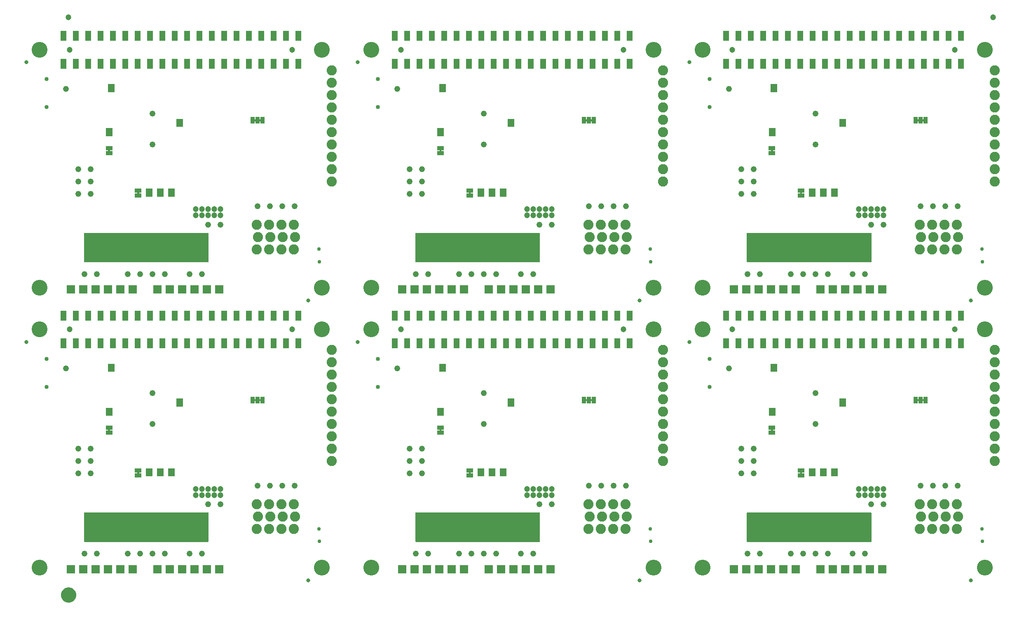
<source format=gbs>
G04 EAGLE Gerber RS-274X export*
G75*
%MOMM*%
%FSLAX34Y34*%
%LPD*%
%INSoldermask Bottom*%
%IPPOS*%
%AMOC8*
5,1,8,0,0,1.08239X$1,22.5*%
G01*
%ADD10C,0.853200*%
%ADD11R,1.473200X0.838200*%
%ADD12R,0.838200X1.473200*%
%ADD13C,1.219200*%
%ADD14C,0.762000*%
%ADD15C,2.082800*%
%ADD16R,1.727200X1.727200*%
%ADD17C,1.221313*%
%ADD18C,1.203200*%
%ADD19R,1.223200X2.073200*%
%ADD20C,3.251200*%
%ADD21C,0.838200*%
%ADD22C,1.270000*%
%ADD23C,1.703200*%

G36*
X1062057Y663305D02*
X1062057Y663305D01*
X1062116Y663303D01*
X1062197Y663324D01*
X1062281Y663336D01*
X1062334Y663360D01*
X1062391Y663375D01*
X1062463Y663418D01*
X1062540Y663452D01*
X1062585Y663490D01*
X1062635Y663520D01*
X1062693Y663582D01*
X1062757Y663636D01*
X1062790Y663685D01*
X1062830Y663727D01*
X1062868Y663803D01*
X1062915Y663873D01*
X1062933Y663929D01*
X1062959Y663981D01*
X1062971Y664049D01*
X1063001Y664144D01*
X1063003Y664244D01*
X1063015Y664312D01*
X1063015Y722732D01*
X1063006Y722789D01*
X1063008Y722848D01*
X1062987Y722930D01*
X1062975Y723013D01*
X1062951Y723066D01*
X1062936Y723123D01*
X1062893Y723195D01*
X1062859Y723273D01*
X1062821Y723317D01*
X1062791Y723367D01*
X1062729Y723425D01*
X1062675Y723490D01*
X1062626Y723522D01*
X1062584Y723562D01*
X1062509Y723600D01*
X1062438Y723647D01*
X1062382Y723665D01*
X1062330Y723691D01*
X1062262Y723703D01*
X1062167Y723733D01*
X1062067Y723735D01*
X1061999Y723747D01*
X807999Y723747D01*
X807942Y723739D01*
X807883Y723740D01*
X807801Y723719D01*
X807718Y723707D01*
X807665Y723683D01*
X807608Y723668D01*
X807536Y723625D01*
X807459Y723591D01*
X807414Y723553D01*
X807364Y723523D01*
X807306Y723462D01*
X807242Y723407D01*
X807209Y723358D01*
X807169Y723316D01*
X807131Y723241D01*
X807084Y723170D01*
X807066Y723115D01*
X807040Y723063D01*
X807028Y722995D01*
X806998Y722899D01*
X806996Y722800D01*
X806984Y722732D01*
X806984Y664312D01*
X806992Y664254D01*
X806991Y664195D01*
X807012Y664114D01*
X807024Y664030D01*
X807048Y663977D01*
X807063Y663920D01*
X807106Y663848D01*
X807140Y663771D01*
X807178Y663726D01*
X807208Y663676D01*
X807269Y663618D01*
X807324Y663554D01*
X807373Y663521D01*
X807415Y663481D01*
X807490Y663443D01*
X807561Y663396D01*
X807616Y663378D01*
X807668Y663352D01*
X807736Y663340D01*
X807832Y663310D01*
X807931Y663308D01*
X807999Y663296D01*
X1061999Y663296D01*
X1062057Y663305D01*
G37*
G36*
X1743031Y663305D02*
X1743031Y663305D01*
X1743090Y663303D01*
X1743171Y663324D01*
X1743255Y663336D01*
X1743308Y663360D01*
X1743365Y663375D01*
X1743437Y663418D01*
X1743514Y663452D01*
X1743559Y663490D01*
X1743609Y663520D01*
X1743667Y663582D01*
X1743731Y663636D01*
X1743764Y663685D01*
X1743804Y663727D01*
X1743842Y663803D01*
X1743889Y663873D01*
X1743907Y663929D01*
X1743933Y663981D01*
X1743945Y664049D01*
X1743975Y664144D01*
X1743977Y664244D01*
X1743989Y664312D01*
X1743989Y722732D01*
X1743980Y722789D01*
X1743982Y722848D01*
X1743961Y722930D01*
X1743949Y723013D01*
X1743925Y723066D01*
X1743910Y723123D01*
X1743867Y723195D01*
X1743833Y723273D01*
X1743795Y723317D01*
X1743765Y723367D01*
X1743703Y723425D01*
X1743649Y723490D01*
X1743600Y723522D01*
X1743558Y723562D01*
X1743483Y723600D01*
X1743412Y723647D01*
X1743356Y723665D01*
X1743304Y723691D01*
X1743236Y723703D01*
X1743141Y723733D01*
X1743041Y723735D01*
X1742973Y723747D01*
X1488973Y723747D01*
X1488916Y723739D01*
X1488857Y723740D01*
X1488775Y723719D01*
X1488692Y723707D01*
X1488639Y723683D01*
X1488582Y723668D01*
X1488510Y723625D01*
X1488433Y723591D01*
X1488388Y723553D01*
X1488338Y723523D01*
X1488280Y723462D01*
X1488216Y723407D01*
X1488183Y723358D01*
X1488143Y723316D01*
X1488105Y723241D01*
X1488058Y723170D01*
X1488040Y723115D01*
X1488014Y723063D01*
X1488002Y722995D01*
X1487972Y722899D01*
X1487970Y722800D01*
X1487958Y722732D01*
X1487958Y664312D01*
X1487966Y664254D01*
X1487965Y664195D01*
X1487986Y664114D01*
X1487998Y664030D01*
X1488022Y663977D01*
X1488037Y663920D01*
X1488080Y663848D01*
X1488114Y663771D01*
X1488152Y663726D01*
X1488182Y663676D01*
X1488243Y663618D01*
X1488298Y663554D01*
X1488347Y663521D01*
X1488389Y663481D01*
X1488464Y663443D01*
X1488535Y663396D01*
X1488590Y663378D01*
X1488642Y663352D01*
X1488710Y663340D01*
X1488806Y663310D01*
X1488905Y663308D01*
X1488973Y663296D01*
X1742973Y663296D01*
X1743031Y663305D01*
G37*
G36*
X381058Y663305D02*
X381058Y663305D01*
X381116Y663303D01*
X381198Y663324D01*
X381282Y663336D01*
X381335Y663360D01*
X381391Y663375D01*
X381464Y663418D01*
X381541Y663452D01*
X381586Y663490D01*
X381636Y663520D01*
X381694Y663582D01*
X381758Y663636D01*
X381790Y663685D01*
X381830Y663727D01*
X381869Y663803D01*
X381916Y663873D01*
X381933Y663929D01*
X381960Y663981D01*
X381971Y664049D01*
X382001Y664144D01*
X382004Y664244D01*
X382015Y664312D01*
X382015Y722732D01*
X382007Y722789D01*
X382009Y722848D01*
X381987Y722930D01*
X381975Y723013D01*
X381952Y723066D01*
X381937Y723123D01*
X381894Y723195D01*
X381859Y723273D01*
X381821Y723317D01*
X381792Y723367D01*
X381730Y723425D01*
X381676Y723490D01*
X381627Y723522D01*
X381584Y723562D01*
X381509Y723600D01*
X381439Y723647D01*
X381383Y723665D01*
X381331Y723691D01*
X381263Y723703D01*
X381168Y723733D01*
X381068Y723735D01*
X381000Y723747D01*
X127000Y723747D01*
X126942Y723739D01*
X126884Y723740D01*
X126802Y723719D01*
X126719Y723707D01*
X126665Y723683D01*
X126609Y723668D01*
X126536Y723625D01*
X126459Y723591D01*
X126414Y723553D01*
X126364Y723523D01*
X126306Y723462D01*
X126242Y723407D01*
X126210Y723358D01*
X126170Y723316D01*
X126131Y723241D01*
X126085Y723170D01*
X126067Y723115D01*
X126040Y723063D01*
X126029Y722995D01*
X125999Y722899D01*
X125996Y722800D01*
X125985Y722732D01*
X125985Y664312D01*
X125993Y664254D01*
X125991Y664195D01*
X126013Y664114D01*
X126025Y664030D01*
X126049Y663977D01*
X126063Y663920D01*
X126106Y663848D01*
X126141Y663771D01*
X126179Y663726D01*
X126209Y663676D01*
X126270Y663618D01*
X126325Y663554D01*
X126373Y663521D01*
X126416Y663481D01*
X126491Y663443D01*
X126561Y663396D01*
X126617Y663378D01*
X126669Y663352D01*
X126737Y663340D01*
X126832Y663310D01*
X126932Y663308D01*
X127000Y663296D01*
X381000Y663296D01*
X381058Y663305D01*
G37*
G36*
X1743031Y87893D02*
X1743031Y87893D01*
X1743090Y87891D01*
X1743171Y87913D01*
X1743255Y87925D01*
X1743308Y87949D01*
X1743365Y87963D01*
X1743437Y88006D01*
X1743514Y88041D01*
X1743559Y88079D01*
X1743609Y88109D01*
X1743667Y88170D01*
X1743731Y88225D01*
X1743764Y88273D01*
X1743804Y88316D01*
X1743842Y88391D01*
X1743889Y88461D01*
X1743907Y88517D01*
X1743933Y88569D01*
X1743945Y88637D01*
X1743975Y88732D01*
X1743977Y88832D01*
X1743989Y88900D01*
X1743989Y147320D01*
X1743980Y147378D01*
X1743982Y147436D01*
X1743961Y147518D01*
X1743949Y147602D01*
X1743925Y147655D01*
X1743910Y147711D01*
X1743867Y147784D01*
X1743833Y147861D01*
X1743795Y147906D01*
X1743765Y147956D01*
X1743703Y148014D01*
X1743649Y148078D01*
X1743600Y148110D01*
X1743558Y148150D01*
X1743483Y148189D01*
X1743412Y148236D01*
X1743356Y148253D01*
X1743304Y148280D01*
X1743236Y148291D01*
X1743141Y148321D01*
X1743041Y148324D01*
X1742973Y148335D01*
X1488973Y148335D01*
X1488916Y148327D01*
X1488857Y148329D01*
X1488775Y148307D01*
X1488692Y148295D01*
X1488639Y148272D01*
X1488582Y148257D01*
X1488510Y148214D01*
X1488433Y148179D01*
X1488388Y148141D01*
X1488338Y148112D01*
X1488280Y148050D01*
X1488216Y147996D01*
X1488183Y147947D01*
X1488143Y147904D01*
X1488105Y147829D01*
X1488058Y147759D01*
X1488040Y147703D01*
X1488014Y147651D01*
X1488002Y147583D01*
X1487972Y147488D01*
X1487970Y147388D01*
X1487958Y147320D01*
X1487958Y88900D01*
X1487966Y88842D01*
X1487965Y88784D01*
X1487986Y88702D01*
X1487998Y88619D01*
X1488022Y88565D01*
X1488037Y88509D01*
X1488080Y88436D01*
X1488114Y88359D01*
X1488152Y88314D01*
X1488182Y88264D01*
X1488243Y88206D01*
X1488298Y88142D01*
X1488347Y88110D01*
X1488389Y88070D01*
X1488464Y88031D01*
X1488535Y87985D01*
X1488590Y87967D01*
X1488642Y87940D01*
X1488710Y87929D01*
X1488806Y87899D01*
X1488905Y87896D01*
X1488973Y87885D01*
X1742973Y87885D01*
X1743031Y87893D01*
G37*
G36*
X1062057Y87893D02*
X1062057Y87893D01*
X1062116Y87891D01*
X1062197Y87913D01*
X1062281Y87925D01*
X1062334Y87949D01*
X1062391Y87963D01*
X1062463Y88006D01*
X1062540Y88041D01*
X1062585Y88079D01*
X1062635Y88109D01*
X1062693Y88170D01*
X1062757Y88225D01*
X1062790Y88273D01*
X1062830Y88316D01*
X1062868Y88391D01*
X1062915Y88461D01*
X1062933Y88517D01*
X1062959Y88569D01*
X1062971Y88637D01*
X1063001Y88732D01*
X1063003Y88832D01*
X1063015Y88900D01*
X1063015Y147320D01*
X1063006Y147378D01*
X1063008Y147436D01*
X1062987Y147518D01*
X1062975Y147602D01*
X1062951Y147655D01*
X1062936Y147711D01*
X1062893Y147784D01*
X1062859Y147861D01*
X1062821Y147906D01*
X1062791Y147956D01*
X1062729Y148014D01*
X1062675Y148078D01*
X1062626Y148110D01*
X1062584Y148150D01*
X1062509Y148189D01*
X1062438Y148236D01*
X1062382Y148253D01*
X1062330Y148280D01*
X1062262Y148291D01*
X1062167Y148321D01*
X1062067Y148324D01*
X1061999Y148335D01*
X807999Y148335D01*
X807942Y148327D01*
X807883Y148329D01*
X807801Y148307D01*
X807718Y148295D01*
X807665Y148272D01*
X807608Y148257D01*
X807536Y148214D01*
X807459Y148179D01*
X807414Y148141D01*
X807364Y148112D01*
X807306Y148050D01*
X807242Y147996D01*
X807209Y147947D01*
X807169Y147904D01*
X807131Y147829D01*
X807084Y147759D01*
X807066Y147703D01*
X807040Y147651D01*
X807028Y147583D01*
X806998Y147488D01*
X806996Y147388D01*
X806984Y147320D01*
X806984Y88900D01*
X806992Y88842D01*
X806991Y88784D01*
X807012Y88702D01*
X807024Y88619D01*
X807048Y88565D01*
X807063Y88509D01*
X807106Y88436D01*
X807140Y88359D01*
X807178Y88314D01*
X807208Y88264D01*
X807269Y88206D01*
X807324Y88142D01*
X807373Y88110D01*
X807415Y88070D01*
X807490Y88031D01*
X807561Y87985D01*
X807616Y87967D01*
X807668Y87940D01*
X807736Y87929D01*
X807832Y87899D01*
X807931Y87896D01*
X807999Y87885D01*
X1061999Y87885D01*
X1062057Y87893D01*
G37*
G36*
X381058Y87893D02*
X381058Y87893D01*
X381116Y87891D01*
X381198Y87913D01*
X381282Y87925D01*
X381335Y87949D01*
X381391Y87963D01*
X381464Y88006D01*
X381541Y88041D01*
X381586Y88079D01*
X381636Y88109D01*
X381694Y88170D01*
X381758Y88225D01*
X381790Y88273D01*
X381830Y88316D01*
X381869Y88391D01*
X381916Y88461D01*
X381933Y88517D01*
X381960Y88569D01*
X381971Y88637D01*
X382001Y88732D01*
X382004Y88832D01*
X382015Y88900D01*
X382015Y147320D01*
X382007Y147378D01*
X382009Y147436D01*
X381987Y147518D01*
X381975Y147602D01*
X381952Y147655D01*
X381937Y147711D01*
X381894Y147784D01*
X381859Y147861D01*
X381821Y147906D01*
X381792Y147956D01*
X381730Y148014D01*
X381676Y148078D01*
X381627Y148110D01*
X381584Y148150D01*
X381509Y148189D01*
X381439Y148236D01*
X381383Y148253D01*
X381331Y148280D01*
X381263Y148291D01*
X381168Y148321D01*
X381068Y148324D01*
X381000Y148335D01*
X127000Y148335D01*
X126942Y148327D01*
X126884Y148329D01*
X126802Y148307D01*
X126719Y148295D01*
X126665Y148272D01*
X126609Y148257D01*
X126536Y148214D01*
X126459Y148179D01*
X126414Y148141D01*
X126364Y148112D01*
X126306Y148050D01*
X126242Y147996D01*
X126210Y147947D01*
X126170Y147904D01*
X126131Y147829D01*
X126085Y147759D01*
X126067Y147703D01*
X126040Y147651D01*
X126029Y147583D01*
X125999Y147488D01*
X125996Y147388D01*
X125985Y147320D01*
X125985Y88900D01*
X125993Y88842D01*
X125991Y88784D01*
X126013Y88702D01*
X126025Y88619D01*
X126049Y88565D01*
X126063Y88509D01*
X126106Y88436D01*
X126141Y88359D01*
X126179Y88314D01*
X126209Y88264D01*
X126270Y88206D01*
X126325Y88142D01*
X126373Y88110D01*
X126416Y88070D01*
X126491Y88031D01*
X126561Y87985D01*
X126617Y87967D01*
X126669Y87940D01*
X126737Y87929D01*
X126832Y87899D01*
X126932Y87896D01*
X127000Y87885D01*
X381000Y87885D01*
X381058Y87893D01*
G37*
G36*
X1851623Y953020D02*
X1851623Y953020D01*
X1851689Y953022D01*
X1851733Y953040D01*
X1851779Y953048D01*
X1851836Y953082D01*
X1851897Y953107D01*
X1851932Y953138D01*
X1851972Y953163D01*
X1852014Y953214D01*
X1852062Y953258D01*
X1852084Y953300D01*
X1852114Y953337D01*
X1852135Y953399D01*
X1852165Y953458D01*
X1852173Y953512D01*
X1852186Y953549D01*
X1852185Y953589D01*
X1852193Y953643D01*
X1852193Y956183D01*
X1852181Y956248D01*
X1852179Y956314D01*
X1852161Y956357D01*
X1852153Y956404D01*
X1852119Y956461D01*
X1852095Y956521D01*
X1852063Y956556D01*
X1852039Y956597D01*
X1851988Y956639D01*
X1851943Y956687D01*
X1851901Y956709D01*
X1851865Y956738D01*
X1851802Y956759D01*
X1851744Y956790D01*
X1851689Y956798D01*
X1851652Y956810D01*
X1851613Y956809D01*
X1851558Y956817D01*
X1837588Y956817D01*
X1837524Y956806D01*
X1837458Y956804D01*
X1837414Y956786D01*
X1837368Y956778D01*
X1837311Y956744D01*
X1837250Y956719D01*
X1837215Y956688D01*
X1837174Y956663D01*
X1837133Y956612D01*
X1837084Y956568D01*
X1837063Y956526D01*
X1837033Y956489D01*
X1837012Y956427D01*
X1836982Y956368D01*
X1836974Y956314D01*
X1836961Y956277D01*
X1836961Y956274D01*
X1836962Y956237D01*
X1836954Y956183D01*
X1836954Y953643D01*
X1836966Y953578D01*
X1836968Y953512D01*
X1836985Y953469D01*
X1836994Y953422D01*
X1837027Y953365D01*
X1837052Y953305D01*
X1837084Y953270D01*
X1837108Y953229D01*
X1837159Y953188D01*
X1837203Y953139D01*
X1837245Y953117D01*
X1837282Y953088D01*
X1837344Y953067D01*
X1837403Y953036D01*
X1837457Y953028D01*
X1837495Y953016D01*
X1837534Y953017D01*
X1837588Y953009D01*
X1851558Y953009D01*
X1851623Y953020D01*
G37*
G36*
X1170649Y953020D02*
X1170649Y953020D01*
X1170715Y953022D01*
X1170759Y953040D01*
X1170805Y953048D01*
X1170862Y953082D01*
X1170923Y953107D01*
X1170958Y953138D01*
X1170998Y953163D01*
X1171040Y953214D01*
X1171088Y953258D01*
X1171110Y953300D01*
X1171140Y953337D01*
X1171161Y953399D01*
X1171191Y953458D01*
X1171199Y953512D01*
X1171212Y953549D01*
X1171211Y953589D01*
X1171219Y953643D01*
X1171219Y956183D01*
X1171207Y956248D01*
X1171205Y956314D01*
X1171187Y956357D01*
X1171179Y956404D01*
X1171145Y956461D01*
X1171121Y956521D01*
X1171089Y956556D01*
X1171065Y956597D01*
X1171014Y956639D01*
X1170969Y956687D01*
X1170927Y956709D01*
X1170891Y956738D01*
X1170828Y956759D01*
X1170770Y956790D01*
X1170715Y956798D01*
X1170678Y956810D01*
X1170639Y956809D01*
X1170584Y956817D01*
X1156614Y956817D01*
X1156550Y956806D01*
X1156484Y956804D01*
X1156440Y956786D01*
X1156394Y956778D01*
X1156337Y956744D01*
X1156276Y956719D01*
X1156241Y956688D01*
X1156200Y956663D01*
X1156159Y956612D01*
X1156110Y956568D01*
X1156089Y956526D01*
X1156059Y956489D01*
X1156038Y956427D01*
X1156008Y956368D01*
X1156000Y956314D01*
X1155987Y956277D01*
X1155987Y956274D01*
X1155988Y956237D01*
X1155980Y956183D01*
X1155980Y953643D01*
X1155992Y953578D01*
X1155994Y953512D01*
X1156011Y953469D01*
X1156020Y953422D01*
X1156053Y953365D01*
X1156078Y953305D01*
X1156110Y953270D01*
X1156134Y953229D01*
X1156185Y953188D01*
X1156229Y953139D01*
X1156271Y953117D01*
X1156308Y953088D01*
X1156370Y953067D01*
X1156429Y953036D01*
X1156483Y953028D01*
X1156521Y953016D01*
X1156560Y953017D01*
X1156614Y953009D01*
X1170584Y953009D01*
X1170649Y953020D01*
G37*
G36*
X489650Y953020D02*
X489650Y953020D01*
X489716Y953022D01*
X489759Y953040D01*
X489806Y953048D01*
X489863Y953082D01*
X489923Y953107D01*
X489958Y953138D01*
X489999Y953163D01*
X490040Y953214D01*
X490089Y953258D01*
X490111Y953300D01*
X490140Y953337D01*
X490161Y953399D01*
X490192Y953458D01*
X490200Y953512D01*
X490212Y953549D01*
X490211Y953589D01*
X490219Y953643D01*
X490219Y956183D01*
X490208Y956248D01*
X490206Y956314D01*
X490188Y956357D01*
X490180Y956404D01*
X490146Y956461D01*
X490121Y956521D01*
X490090Y956556D01*
X490065Y956597D01*
X490014Y956639D01*
X489970Y956687D01*
X489928Y956709D01*
X489891Y956738D01*
X489829Y956759D01*
X489770Y956790D01*
X489716Y956798D01*
X489679Y956810D01*
X489639Y956809D01*
X489585Y956817D01*
X475615Y956817D01*
X475550Y956806D01*
X475484Y956804D01*
X475441Y956786D01*
X475394Y956778D01*
X475337Y956744D01*
X475277Y956719D01*
X475242Y956688D01*
X475201Y956663D01*
X475159Y956612D01*
X475111Y956568D01*
X475089Y956526D01*
X475060Y956489D01*
X475039Y956427D01*
X475008Y956368D01*
X475000Y956314D01*
X474988Y956277D01*
X474988Y956274D01*
X474989Y956237D01*
X474981Y956183D01*
X474981Y953643D01*
X474992Y953578D01*
X474994Y953512D01*
X475012Y953469D01*
X475020Y953422D01*
X475054Y953365D01*
X475079Y953305D01*
X475110Y953270D01*
X475135Y953229D01*
X475186Y953188D01*
X475230Y953139D01*
X475272Y953117D01*
X475309Y953088D01*
X475371Y953067D01*
X475430Y953036D01*
X475484Y953028D01*
X475521Y953016D01*
X475561Y953017D01*
X475615Y953009D01*
X489585Y953009D01*
X489650Y953020D01*
G37*
G36*
X1170649Y377609D02*
X1170649Y377609D01*
X1170715Y377611D01*
X1170759Y377628D01*
X1170805Y377637D01*
X1170862Y377670D01*
X1170923Y377695D01*
X1170958Y377727D01*
X1170998Y377751D01*
X1171040Y377802D01*
X1171088Y377846D01*
X1171110Y377889D01*
X1171140Y377925D01*
X1171161Y377987D01*
X1171191Y378046D01*
X1171199Y378100D01*
X1171212Y378138D01*
X1171211Y378177D01*
X1171219Y378231D01*
X1171219Y380771D01*
X1171207Y380836D01*
X1171205Y380902D01*
X1171187Y380946D01*
X1171179Y380992D01*
X1171145Y381049D01*
X1171121Y381110D01*
X1171089Y381145D01*
X1171065Y381185D01*
X1171014Y381227D01*
X1170969Y381275D01*
X1170927Y381297D01*
X1170891Y381327D01*
X1170828Y381348D01*
X1170770Y381378D01*
X1170715Y381386D01*
X1170678Y381399D01*
X1170639Y381398D01*
X1170584Y381406D01*
X1156614Y381406D01*
X1156550Y381394D01*
X1156484Y381392D01*
X1156440Y381374D01*
X1156394Y381366D01*
X1156337Y381332D01*
X1156276Y381308D01*
X1156241Y381276D01*
X1156200Y381252D01*
X1156159Y381201D01*
X1156110Y381156D01*
X1156089Y381114D01*
X1156059Y381078D01*
X1156038Y381015D01*
X1156008Y380957D01*
X1156000Y380902D01*
X1155987Y380865D01*
X1155987Y380862D01*
X1155988Y380825D01*
X1155980Y380771D01*
X1155980Y378231D01*
X1155992Y378167D01*
X1155994Y378101D01*
X1156011Y378057D01*
X1156020Y378011D01*
X1156053Y377954D01*
X1156078Y377893D01*
X1156110Y377858D01*
X1156134Y377817D01*
X1156185Y377776D01*
X1156229Y377727D01*
X1156271Y377706D01*
X1156308Y377676D01*
X1156370Y377655D01*
X1156429Y377625D01*
X1156483Y377617D01*
X1156521Y377604D01*
X1156560Y377605D01*
X1156614Y377597D01*
X1170584Y377597D01*
X1170649Y377609D01*
G37*
G36*
X489650Y377609D02*
X489650Y377609D01*
X489716Y377611D01*
X489759Y377628D01*
X489806Y377637D01*
X489863Y377670D01*
X489923Y377695D01*
X489958Y377727D01*
X489999Y377751D01*
X490040Y377802D01*
X490089Y377846D01*
X490111Y377889D01*
X490140Y377925D01*
X490161Y377987D01*
X490192Y378046D01*
X490200Y378100D01*
X490212Y378138D01*
X490211Y378177D01*
X490219Y378231D01*
X490219Y380771D01*
X490208Y380836D01*
X490206Y380902D01*
X490188Y380946D01*
X490180Y380992D01*
X490146Y381049D01*
X490121Y381110D01*
X490090Y381145D01*
X490065Y381185D01*
X490014Y381227D01*
X489970Y381275D01*
X489928Y381297D01*
X489891Y381327D01*
X489829Y381348D01*
X489770Y381378D01*
X489716Y381386D01*
X489679Y381399D01*
X489639Y381398D01*
X489585Y381406D01*
X475615Y381406D01*
X475550Y381394D01*
X475484Y381392D01*
X475441Y381374D01*
X475394Y381366D01*
X475337Y381332D01*
X475277Y381308D01*
X475242Y381276D01*
X475201Y381252D01*
X475159Y381201D01*
X475111Y381156D01*
X475089Y381114D01*
X475060Y381078D01*
X475039Y381015D01*
X475008Y380957D01*
X475000Y380902D01*
X474988Y380865D01*
X474988Y380862D01*
X474989Y380825D01*
X474981Y380771D01*
X474981Y378231D01*
X474992Y378167D01*
X474994Y378101D01*
X475012Y378057D01*
X475020Y378011D01*
X475054Y377954D01*
X475079Y377893D01*
X475110Y377858D01*
X475135Y377817D01*
X475186Y377776D01*
X475230Y377727D01*
X475272Y377706D01*
X475309Y377676D01*
X475371Y377655D01*
X475430Y377625D01*
X475484Y377617D01*
X475521Y377604D01*
X475561Y377605D01*
X475615Y377597D01*
X489585Y377597D01*
X489650Y377609D01*
G37*
G36*
X1851623Y377609D02*
X1851623Y377609D01*
X1851689Y377611D01*
X1851733Y377628D01*
X1851779Y377637D01*
X1851836Y377670D01*
X1851897Y377695D01*
X1851932Y377727D01*
X1851972Y377751D01*
X1852014Y377802D01*
X1852062Y377846D01*
X1852084Y377889D01*
X1852114Y377925D01*
X1852135Y377987D01*
X1852165Y378046D01*
X1852173Y378100D01*
X1852186Y378138D01*
X1852185Y378177D01*
X1852193Y378231D01*
X1852193Y380771D01*
X1852181Y380836D01*
X1852179Y380902D01*
X1852161Y380946D01*
X1852153Y380992D01*
X1852119Y381049D01*
X1852095Y381110D01*
X1852063Y381145D01*
X1852039Y381185D01*
X1851988Y381227D01*
X1851943Y381275D01*
X1851901Y381297D01*
X1851865Y381327D01*
X1851802Y381348D01*
X1851744Y381378D01*
X1851689Y381386D01*
X1851652Y381399D01*
X1851613Y381398D01*
X1851558Y381406D01*
X1837588Y381406D01*
X1837524Y381394D01*
X1837458Y381392D01*
X1837414Y381374D01*
X1837368Y381366D01*
X1837311Y381332D01*
X1837250Y381308D01*
X1837215Y381276D01*
X1837174Y381252D01*
X1837133Y381201D01*
X1837084Y381156D01*
X1837063Y381114D01*
X1837033Y381078D01*
X1837012Y381015D01*
X1836982Y380957D01*
X1836974Y380902D01*
X1836961Y380865D01*
X1836961Y380862D01*
X1836962Y380825D01*
X1836954Y380771D01*
X1836954Y378231D01*
X1836966Y378167D01*
X1836968Y378101D01*
X1836985Y378057D01*
X1836994Y378011D01*
X1837027Y377954D01*
X1837052Y377893D01*
X1837084Y377858D01*
X1837108Y377817D01*
X1837159Y377776D01*
X1837203Y377727D01*
X1837245Y377706D01*
X1837282Y377676D01*
X1837344Y377655D01*
X1837403Y377625D01*
X1837457Y377617D01*
X1837495Y377604D01*
X1837534Y377605D01*
X1837588Y377597D01*
X1851558Y377597D01*
X1851623Y377609D01*
G37*
G36*
X859855Y890435D02*
X859855Y890435D01*
X859921Y890437D01*
X859964Y890454D01*
X860011Y890463D01*
X860068Y890496D01*
X860129Y890521D01*
X860163Y890553D01*
X860204Y890577D01*
X860246Y890628D01*
X860294Y890672D01*
X860316Y890714D01*
X860345Y890751D01*
X860367Y890813D01*
X860397Y890872D01*
X860405Y890926D01*
X860417Y890964D01*
X860416Y891003D01*
X860424Y891057D01*
X860424Y894867D01*
X860413Y894932D01*
X860411Y894998D01*
X860393Y895042D01*
X860385Y895088D01*
X860351Y895145D01*
X860326Y895206D01*
X860295Y895241D01*
X860271Y895281D01*
X860219Y895323D01*
X860175Y895371D01*
X860133Y895393D01*
X860096Y895423D01*
X860034Y895444D01*
X859975Y895474D01*
X859921Y895482D01*
X859884Y895495D01*
X859844Y895494D01*
X859790Y895502D01*
X857250Y895502D01*
X857185Y895490D01*
X857120Y895488D01*
X857076Y895470D01*
X857029Y895462D01*
X856972Y895428D01*
X856912Y895404D01*
X856877Y895372D01*
X856836Y895348D01*
X856795Y895297D01*
X856746Y895252D01*
X856724Y895210D01*
X856695Y895174D01*
X856674Y895111D01*
X856643Y895053D01*
X856635Y894998D01*
X856623Y894961D01*
X856623Y894957D01*
X856624Y894921D01*
X856616Y894867D01*
X856616Y891057D01*
X856627Y890993D01*
X856629Y890927D01*
X856647Y890883D01*
X856655Y890837D01*
X856689Y890780D01*
X856714Y890719D01*
X856746Y890684D01*
X856770Y890643D01*
X856821Y890602D01*
X856865Y890553D01*
X856907Y890532D01*
X856944Y890502D01*
X857006Y890481D01*
X857065Y890451D01*
X857119Y890443D01*
X857156Y890430D01*
X857196Y890431D01*
X857250Y890423D01*
X859790Y890423D01*
X859855Y890435D01*
G37*
G36*
X178855Y890435D02*
X178855Y890435D01*
X178921Y890437D01*
X178965Y890454D01*
X179011Y890463D01*
X179068Y890496D01*
X179129Y890521D01*
X179164Y890553D01*
X179205Y890577D01*
X179246Y890628D01*
X179295Y890672D01*
X179316Y890714D01*
X179346Y890751D01*
X179367Y890813D01*
X179397Y890872D01*
X179405Y890926D01*
X179418Y890964D01*
X179417Y891003D01*
X179425Y891057D01*
X179425Y894867D01*
X179413Y894932D01*
X179411Y894998D01*
X179394Y895042D01*
X179385Y895088D01*
X179352Y895145D01*
X179327Y895206D01*
X179295Y895241D01*
X179271Y895281D01*
X179220Y895323D01*
X179176Y895371D01*
X179134Y895393D01*
X179097Y895423D01*
X179035Y895444D01*
X178976Y895474D01*
X178922Y895482D01*
X178884Y895495D01*
X178845Y895494D01*
X178791Y895502D01*
X176251Y895502D01*
X176186Y895490D01*
X176120Y895488D01*
X176076Y895470D01*
X176030Y895462D01*
X175973Y895428D01*
X175912Y895404D01*
X175877Y895372D01*
X175837Y895348D01*
X175795Y895297D01*
X175747Y895252D01*
X175725Y895210D01*
X175695Y895174D01*
X175674Y895111D01*
X175644Y895053D01*
X175636Y894998D01*
X175623Y894961D01*
X175623Y894957D01*
X175624Y894921D01*
X175616Y894867D01*
X175616Y891057D01*
X175628Y890993D01*
X175630Y890927D01*
X175648Y890883D01*
X175656Y890837D01*
X175690Y890780D01*
X175714Y890719D01*
X175746Y890684D01*
X175770Y890643D01*
X175821Y890602D01*
X175866Y890553D01*
X175908Y890532D01*
X175944Y890502D01*
X176007Y890481D01*
X176065Y890451D01*
X176120Y890443D01*
X176157Y890430D01*
X176196Y890431D01*
X176251Y890423D01*
X178791Y890423D01*
X178855Y890435D01*
G37*
G36*
X1540829Y890435D02*
X1540829Y890435D01*
X1540895Y890437D01*
X1540938Y890454D01*
X1540985Y890463D01*
X1541042Y890496D01*
X1541103Y890521D01*
X1541137Y890553D01*
X1541178Y890577D01*
X1541220Y890628D01*
X1541268Y890672D01*
X1541290Y890714D01*
X1541319Y890751D01*
X1541341Y890813D01*
X1541371Y890872D01*
X1541379Y890926D01*
X1541391Y890964D01*
X1541390Y891003D01*
X1541398Y891057D01*
X1541398Y894867D01*
X1541387Y894932D01*
X1541385Y894998D01*
X1541367Y895042D01*
X1541359Y895088D01*
X1541325Y895145D01*
X1541300Y895206D01*
X1541269Y895241D01*
X1541245Y895281D01*
X1541193Y895323D01*
X1541149Y895371D01*
X1541107Y895393D01*
X1541070Y895423D01*
X1541008Y895444D01*
X1540949Y895474D01*
X1540895Y895482D01*
X1540858Y895495D01*
X1540818Y895494D01*
X1540764Y895502D01*
X1538224Y895502D01*
X1538159Y895490D01*
X1538094Y895488D01*
X1538050Y895470D01*
X1538003Y895462D01*
X1537946Y895428D01*
X1537886Y895404D01*
X1537851Y895372D01*
X1537810Y895348D01*
X1537769Y895297D01*
X1537720Y895252D01*
X1537698Y895210D01*
X1537669Y895174D01*
X1537648Y895111D01*
X1537617Y895053D01*
X1537609Y894998D01*
X1537597Y894961D01*
X1537597Y894957D01*
X1537598Y894921D01*
X1537590Y894867D01*
X1537590Y891057D01*
X1537601Y890993D01*
X1537603Y890927D01*
X1537621Y890883D01*
X1537629Y890837D01*
X1537663Y890780D01*
X1537688Y890719D01*
X1537720Y890684D01*
X1537744Y890643D01*
X1537795Y890602D01*
X1537839Y890553D01*
X1537881Y890532D01*
X1537918Y890502D01*
X1537980Y890481D01*
X1538039Y890451D01*
X1538093Y890443D01*
X1538130Y890430D01*
X1538170Y890431D01*
X1538224Y890423D01*
X1540764Y890423D01*
X1540829Y890435D01*
G37*
G36*
X238825Y802754D02*
X238825Y802754D01*
X238891Y802756D01*
X238934Y802774D01*
X238981Y802782D01*
X239038Y802816D01*
X239098Y802840D01*
X239133Y802872D01*
X239174Y802896D01*
X239216Y802947D01*
X239264Y802992D01*
X239286Y803034D01*
X239315Y803070D01*
X239336Y803133D01*
X239367Y803191D01*
X239375Y803246D01*
X239387Y803283D01*
X239386Y803322D01*
X239394Y803377D01*
X239394Y807187D01*
X239383Y807251D01*
X239381Y807317D01*
X239363Y807361D01*
X239355Y807407D01*
X239321Y807464D01*
X239296Y807525D01*
X239265Y807560D01*
X239240Y807601D01*
X239189Y807642D01*
X239145Y807691D01*
X239103Y807712D01*
X239066Y807742D01*
X239004Y807763D01*
X238945Y807793D01*
X238891Y807801D01*
X238854Y807814D01*
X238814Y807813D01*
X238760Y807821D01*
X236220Y807821D01*
X236155Y807809D01*
X236089Y807807D01*
X236046Y807790D01*
X235999Y807781D01*
X235942Y807748D01*
X235882Y807723D01*
X235847Y807691D01*
X235806Y807667D01*
X235765Y807616D01*
X235716Y807572D01*
X235694Y807530D01*
X235665Y807493D01*
X235644Y807431D01*
X235613Y807372D01*
X235605Y807318D01*
X235593Y807280D01*
X235593Y807276D01*
X235594Y807240D01*
X235586Y807187D01*
X235586Y803377D01*
X235597Y803312D01*
X235599Y803246D01*
X235617Y803202D01*
X235625Y803156D01*
X235659Y803099D01*
X235684Y803038D01*
X235715Y803003D01*
X235740Y802963D01*
X235791Y802921D01*
X235835Y802873D01*
X235877Y802851D01*
X235914Y802821D01*
X235976Y802800D01*
X236035Y802770D01*
X236089Y802762D01*
X236126Y802749D01*
X236166Y802750D01*
X236220Y802742D01*
X238760Y802742D01*
X238825Y802754D01*
G37*
G36*
X919824Y802754D02*
X919824Y802754D01*
X919890Y802756D01*
X919934Y802774D01*
X919980Y802782D01*
X920037Y802816D01*
X920098Y802840D01*
X920133Y802872D01*
X920173Y802896D01*
X920215Y802947D01*
X920263Y802992D01*
X920285Y803034D01*
X920315Y803070D01*
X920336Y803133D01*
X920366Y803191D01*
X920374Y803246D01*
X920387Y803283D01*
X920386Y803322D01*
X920394Y803377D01*
X920394Y807187D01*
X920382Y807251D01*
X920380Y807317D01*
X920362Y807361D01*
X920354Y807407D01*
X920320Y807464D01*
X920296Y807525D01*
X920264Y807560D01*
X920240Y807601D01*
X920189Y807642D01*
X920144Y807691D01*
X920102Y807712D01*
X920066Y807742D01*
X920003Y807763D01*
X919945Y807793D01*
X919890Y807801D01*
X919853Y807814D01*
X919814Y807813D01*
X919759Y807821D01*
X917219Y807821D01*
X917155Y807809D01*
X917089Y807807D01*
X917045Y807790D01*
X916999Y807781D01*
X916942Y807748D01*
X916881Y807723D01*
X916846Y807691D01*
X916805Y807667D01*
X916764Y807616D01*
X916715Y807572D01*
X916694Y807530D01*
X916664Y807493D01*
X916643Y807431D01*
X916613Y807372D01*
X916605Y807318D01*
X916592Y807280D01*
X916592Y807276D01*
X916593Y807240D01*
X916585Y807187D01*
X916585Y803377D01*
X916597Y803312D01*
X916599Y803246D01*
X916616Y803202D01*
X916625Y803156D01*
X916658Y803099D01*
X916683Y803038D01*
X916715Y803003D01*
X916739Y802963D01*
X916790Y802921D01*
X916834Y802873D01*
X916877Y802851D01*
X916913Y802821D01*
X916975Y802800D01*
X917034Y802770D01*
X917088Y802762D01*
X917126Y802749D01*
X917165Y802750D01*
X917219Y802742D01*
X919759Y802742D01*
X919824Y802754D01*
G37*
G36*
X1600798Y802754D02*
X1600798Y802754D01*
X1600864Y802756D01*
X1600908Y802774D01*
X1600954Y802782D01*
X1601011Y802816D01*
X1601072Y802840D01*
X1601107Y802872D01*
X1601147Y802896D01*
X1601189Y802947D01*
X1601237Y802992D01*
X1601259Y803034D01*
X1601289Y803070D01*
X1601310Y803133D01*
X1601340Y803191D01*
X1601348Y803246D01*
X1601361Y803283D01*
X1601360Y803322D01*
X1601368Y803377D01*
X1601368Y807187D01*
X1601356Y807251D01*
X1601354Y807317D01*
X1601336Y807361D01*
X1601328Y807407D01*
X1601294Y807464D01*
X1601270Y807525D01*
X1601238Y807560D01*
X1601214Y807601D01*
X1601163Y807642D01*
X1601118Y807691D01*
X1601076Y807712D01*
X1601040Y807742D01*
X1600977Y807763D01*
X1600919Y807793D01*
X1600864Y807801D01*
X1600827Y807814D01*
X1600788Y807813D01*
X1600733Y807821D01*
X1598193Y807821D01*
X1598129Y807809D01*
X1598063Y807807D01*
X1598019Y807790D01*
X1597973Y807781D01*
X1597916Y807748D01*
X1597855Y807723D01*
X1597820Y807691D01*
X1597779Y807667D01*
X1597738Y807616D01*
X1597689Y807572D01*
X1597668Y807530D01*
X1597638Y807493D01*
X1597617Y807431D01*
X1597587Y807372D01*
X1597579Y807318D01*
X1597566Y807280D01*
X1597566Y807276D01*
X1597567Y807240D01*
X1597559Y807187D01*
X1597559Y803377D01*
X1597571Y803312D01*
X1597573Y803246D01*
X1597590Y803202D01*
X1597599Y803156D01*
X1597632Y803099D01*
X1597657Y803038D01*
X1597689Y803003D01*
X1597713Y802963D01*
X1597764Y802921D01*
X1597808Y802873D01*
X1597851Y802851D01*
X1597887Y802821D01*
X1597949Y802800D01*
X1598008Y802770D01*
X1598062Y802762D01*
X1598100Y802749D01*
X1598139Y802750D01*
X1598193Y802742D01*
X1600733Y802742D01*
X1600798Y802754D01*
G37*
G36*
X859855Y315023D02*
X859855Y315023D01*
X859921Y315025D01*
X859964Y315043D01*
X860011Y315051D01*
X860068Y315085D01*
X860129Y315109D01*
X860163Y315141D01*
X860204Y315165D01*
X860246Y315216D01*
X860294Y315261D01*
X860316Y315303D01*
X860345Y315340D01*
X860367Y315402D01*
X860397Y315460D01*
X860405Y315515D01*
X860417Y315552D01*
X860416Y315591D01*
X860424Y315646D01*
X860424Y319456D01*
X860413Y319521D01*
X860411Y319586D01*
X860393Y319630D01*
X860385Y319677D01*
X860351Y319733D01*
X860326Y319794D01*
X860295Y319829D01*
X860271Y319870D01*
X860219Y319911D01*
X860175Y319960D01*
X860133Y319981D01*
X860096Y320011D01*
X860034Y320032D01*
X859975Y320062D01*
X859921Y320070D01*
X859884Y320083D01*
X859844Y320082D01*
X859790Y320090D01*
X857250Y320090D01*
X857185Y320078D01*
X857120Y320076D01*
X857076Y320059D01*
X857029Y320050D01*
X856972Y320017D01*
X856912Y319992D01*
X856877Y319960D01*
X856836Y319936D01*
X856795Y319885D01*
X856746Y319841D01*
X856724Y319799D01*
X856695Y319762D01*
X856674Y319700D01*
X856643Y319641D01*
X856635Y319587D01*
X856623Y319550D01*
X856623Y319545D01*
X856624Y319509D01*
X856616Y319456D01*
X856616Y315646D01*
X856627Y315581D01*
X856629Y315515D01*
X856647Y315472D01*
X856655Y315425D01*
X856689Y315368D01*
X856714Y315307D01*
X856746Y315272D01*
X856770Y315232D01*
X856821Y315190D01*
X856865Y315142D01*
X856907Y315120D01*
X856944Y315090D01*
X857006Y315069D01*
X857065Y315039D01*
X857119Y315031D01*
X857156Y315019D01*
X857196Y315020D01*
X857250Y315012D01*
X859790Y315012D01*
X859855Y315023D01*
G37*
G36*
X178855Y315023D02*
X178855Y315023D01*
X178921Y315025D01*
X178965Y315043D01*
X179011Y315051D01*
X179068Y315085D01*
X179129Y315109D01*
X179164Y315141D01*
X179205Y315165D01*
X179246Y315216D01*
X179295Y315261D01*
X179316Y315303D01*
X179346Y315340D01*
X179367Y315402D01*
X179397Y315460D01*
X179405Y315515D01*
X179418Y315552D01*
X179417Y315591D01*
X179425Y315646D01*
X179425Y319456D01*
X179413Y319521D01*
X179411Y319586D01*
X179394Y319630D01*
X179385Y319677D01*
X179352Y319733D01*
X179327Y319794D01*
X179295Y319829D01*
X179271Y319870D01*
X179220Y319911D01*
X179176Y319960D01*
X179134Y319981D01*
X179097Y320011D01*
X179035Y320032D01*
X178976Y320062D01*
X178922Y320070D01*
X178884Y320083D01*
X178845Y320082D01*
X178791Y320090D01*
X176251Y320090D01*
X176186Y320078D01*
X176120Y320076D01*
X176076Y320059D01*
X176030Y320050D01*
X175973Y320017D01*
X175912Y319992D01*
X175877Y319960D01*
X175837Y319936D01*
X175795Y319885D01*
X175747Y319841D01*
X175725Y319799D01*
X175695Y319762D01*
X175674Y319700D01*
X175644Y319641D01*
X175636Y319587D01*
X175623Y319550D01*
X175623Y319545D01*
X175624Y319509D01*
X175616Y319456D01*
X175616Y315646D01*
X175628Y315581D01*
X175630Y315515D01*
X175648Y315472D01*
X175656Y315425D01*
X175690Y315368D01*
X175714Y315307D01*
X175746Y315272D01*
X175770Y315232D01*
X175821Y315190D01*
X175866Y315142D01*
X175908Y315120D01*
X175944Y315090D01*
X176007Y315069D01*
X176065Y315039D01*
X176120Y315031D01*
X176157Y315019D01*
X176196Y315020D01*
X176251Y315012D01*
X178791Y315012D01*
X178855Y315023D01*
G37*
G36*
X1540829Y315023D02*
X1540829Y315023D01*
X1540895Y315025D01*
X1540938Y315043D01*
X1540985Y315051D01*
X1541042Y315085D01*
X1541103Y315109D01*
X1541137Y315141D01*
X1541178Y315165D01*
X1541220Y315216D01*
X1541268Y315261D01*
X1541290Y315303D01*
X1541319Y315340D01*
X1541341Y315402D01*
X1541371Y315460D01*
X1541379Y315515D01*
X1541391Y315552D01*
X1541390Y315591D01*
X1541398Y315646D01*
X1541398Y319456D01*
X1541387Y319521D01*
X1541385Y319586D01*
X1541367Y319630D01*
X1541359Y319677D01*
X1541325Y319733D01*
X1541300Y319794D01*
X1541269Y319829D01*
X1541245Y319870D01*
X1541193Y319911D01*
X1541149Y319960D01*
X1541107Y319981D01*
X1541070Y320011D01*
X1541008Y320032D01*
X1540949Y320062D01*
X1540895Y320070D01*
X1540858Y320083D01*
X1540818Y320082D01*
X1540764Y320090D01*
X1538224Y320090D01*
X1538159Y320078D01*
X1538094Y320076D01*
X1538050Y320059D01*
X1538003Y320050D01*
X1537946Y320017D01*
X1537886Y319992D01*
X1537851Y319960D01*
X1537810Y319936D01*
X1537769Y319885D01*
X1537720Y319841D01*
X1537698Y319799D01*
X1537669Y319762D01*
X1537648Y319700D01*
X1537617Y319641D01*
X1537609Y319587D01*
X1537597Y319550D01*
X1537597Y319545D01*
X1537598Y319509D01*
X1537590Y319456D01*
X1537590Y315646D01*
X1537601Y315581D01*
X1537603Y315515D01*
X1537621Y315472D01*
X1537629Y315425D01*
X1537663Y315368D01*
X1537688Y315307D01*
X1537720Y315272D01*
X1537744Y315232D01*
X1537795Y315190D01*
X1537839Y315142D01*
X1537881Y315120D01*
X1537918Y315090D01*
X1537980Y315069D01*
X1538039Y315039D01*
X1538093Y315031D01*
X1538130Y315019D01*
X1538170Y315020D01*
X1538224Y315012D01*
X1540764Y315012D01*
X1540829Y315023D01*
G37*
G36*
X1600798Y227342D02*
X1600798Y227342D01*
X1600864Y227344D01*
X1600908Y227362D01*
X1600954Y227370D01*
X1601011Y227404D01*
X1601072Y227429D01*
X1601107Y227460D01*
X1601147Y227485D01*
X1601189Y227536D01*
X1601237Y227580D01*
X1601259Y227622D01*
X1601289Y227659D01*
X1601310Y227721D01*
X1601340Y227780D01*
X1601348Y227834D01*
X1601361Y227871D01*
X1601360Y227911D01*
X1601368Y227965D01*
X1601368Y231775D01*
X1601356Y231840D01*
X1601354Y231906D01*
X1601336Y231949D01*
X1601328Y231996D01*
X1601294Y232053D01*
X1601270Y232113D01*
X1601238Y232148D01*
X1601214Y232189D01*
X1601163Y232231D01*
X1601118Y232279D01*
X1601076Y232301D01*
X1601040Y232330D01*
X1600977Y232351D01*
X1600919Y232382D01*
X1600864Y232390D01*
X1600827Y232402D01*
X1600788Y232401D01*
X1600733Y232409D01*
X1598193Y232409D01*
X1598129Y232398D01*
X1598063Y232396D01*
X1598019Y232378D01*
X1597973Y232370D01*
X1597916Y232336D01*
X1597855Y232311D01*
X1597820Y232280D01*
X1597779Y232255D01*
X1597738Y232204D01*
X1597689Y232160D01*
X1597668Y232118D01*
X1597638Y232081D01*
X1597617Y232019D01*
X1597587Y231960D01*
X1597579Y231906D01*
X1597566Y231869D01*
X1597566Y231865D01*
X1597566Y231864D01*
X1597567Y231829D01*
X1597559Y231775D01*
X1597559Y227965D01*
X1597571Y227900D01*
X1597573Y227834D01*
X1597590Y227791D01*
X1597599Y227744D01*
X1597632Y227687D01*
X1597657Y227627D01*
X1597689Y227592D01*
X1597713Y227551D01*
X1597764Y227510D01*
X1597808Y227461D01*
X1597851Y227439D01*
X1597887Y227410D01*
X1597949Y227389D01*
X1598008Y227358D01*
X1598062Y227350D01*
X1598100Y227338D01*
X1598139Y227339D01*
X1598193Y227331D01*
X1600733Y227331D01*
X1600798Y227342D01*
G37*
G36*
X238825Y227342D02*
X238825Y227342D01*
X238891Y227344D01*
X238934Y227362D01*
X238981Y227370D01*
X239038Y227404D01*
X239098Y227429D01*
X239133Y227460D01*
X239174Y227485D01*
X239216Y227536D01*
X239264Y227580D01*
X239286Y227622D01*
X239315Y227659D01*
X239336Y227721D01*
X239367Y227780D01*
X239375Y227834D01*
X239387Y227871D01*
X239386Y227911D01*
X239394Y227965D01*
X239394Y231775D01*
X239383Y231840D01*
X239381Y231906D01*
X239363Y231949D01*
X239355Y231996D01*
X239321Y232053D01*
X239296Y232113D01*
X239265Y232148D01*
X239240Y232189D01*
X239189Y232231D01*
X239145Y232279D01*
X239103Y232301D01*
X239066Y232330D01*
X239004Y232351D01*
X238945Y232382D01*
X238891Y232390D01*
X238854Y232402D01*
X238814Y232401D01*
X238760Y232409D01*
X236220Y232409D01*
X236155Y232398D01*
X236089Y232396D01*
X236046Y232378D01*
X235999Y232370D01*
X235942Y232336D01*
X235882Y232311D01*
X235847Y232280D01*
X235806Y232255D01*
X235765Y232204D01*
X235716Y232160D01*
X235694Y232118D01*
X235665Y232081D01*
X235644Y232019D01*
X235613Y231960D01*
X235605Y231906D01*
X235593Y231869D01*
X235593Y231865D01*
X235593Y231864D01*
X235594Y231829D01*
X235586Y231775D01*
X235586Y227965D01*
X235597Y227900D01*
X235599Y227834D01*
X235617Y227791D01*
X235625Y227744D01*
X235659Y227687D01*
X235684Y227627D01*
X235715Y227592D01*
X235740Y227551D01*
X235791Y227510D01*
X235835Y227461D01*
X235877Y227439D01*
X235914Y227410D01*
X235976Y227389D01*
X236035Y227358D01*
X236089Y227350D01*
X236126Y227338D01*
X236166Y227339D01*
X236220Y227331D01*
X238760Y227331D01*
X238825Y227342D01*
G37*
G36*
X919824Y227342D02*
X919824Y227342D01*
X919890Y227344D01*
X919934Y227362D01*
X919980Y227370D01*
X920037Y227404D01*
X920098Y227429D01*
X920133Y227460D01*
X920173Y227485D01*
X920215Y227536D01*
X920263Y227580D01*
X920285Y227622D01*
X920315Y227659D01*
X920336Y227721D01*
X920366Y227780D01*
X920374Y227834D01*
X920387Y227871D01*
X920386Y227911D01*
X920394Y227965D01*
X920394Y231775D01*
X920382Y231840D01*
X920380Y231906D01*
X920362Y231949D01*
X920354Y231996D01*
X920320Y232053D01*
X920296Y232113D01*
X920264Y232148D01*
X920240Y232189D01*
X920189Y232231D01*
X920144Y232279D01*
X920102Y232301D01*
X920066Y232330D01*
X920003Y232351D01*
X919945Y232382D01*
X919890Y232390D01*
X919853Y232402D01*
X919814Y232401D01*
X919759Y232409D01*
X917219Y232409D01*
X917155Y232398D01*
X917089Y232396D01*
X917045Y232378D01*
X916999Y232370D01*
X916942Y232336D01*
X916881Y232311D01*
X916846Y232280D01*
X916805Y232255D01*
X916764Y232204D01*
X916715Y232160D01*
X916694Y232118D01*
X916664Y232081D01*
X916643Y232019D01*
X916613Y231960D01*
X916605Y231906D01*
X916592Y231869D01*
X916592Y231865D01*
X916592Y231864D01*
X916593Y231829D01*
X916585Y231775D01*
X916585Y227965D01*
X916597Y227900D01*
X916599Y227834D01*
X916616Y227791D01*
X916625Y227744D01*
X916658Y227687D01*
X916683Y227627D01*
X916715Y227592D01*
X916739Y227551D01*
X916790Y227510D01*
X916834Y227461D01*
X916877Y227439D01*
X916913Y227410D01*
X916975Y227389D01*
X917034Y227358D01*
X917088Y227350D01*
X917126Y227338D01*
X917165Y227339D01*
X917219Y227331D01*
X919759Y227331D01*
X919824Y227342D01*
G37*
D10*
X49050Y464510D03*
X49050Y406710D03*
D11*
X181915Y442138D03*
X181915Y450266D03*
D12*
X472440Y379501D03*
X482600Y379501D03*
X492760Y379501D03*
D13*
X482600Y203200D03*
X508000Y203200D03*
X533400Y203200D03*
X558800Y203200D03*
D14*
X608838Y114808D03*
X609600Y88900D03*
D13*
X88900Y444500D03*
D11*
X237490Y234950D03*
X237490Y224790D03*
X260350Y235204D03*
X260350Y227076D03*
X283210Y235204D03*
X283210Y227076D03*
X306070Y235204D03*
X306070Y227076D03*
D15*
X635000Y406400D03*
X635000Y431800D03*
D13*
X406400Y165100D03*
X381000Y165100D03*
X266700Y330200D03*
D11*
X322707Y378511D03*
X322707Y370383D03*
D16*
X124460Y31750D03*
X99060Y31750D03*
X175260Y31750D03*
X149860Y31750D03*
X226060Y31750D03*
X200660Y31750D03*
X302260Y31750D03*
X276860Y31750D03*
X353060Y31750D03*
X327660Y31750D03*
X403860Y31750D03*
X378460Y31750D03*
D15*
X635000Y330200D03*
X635000Y304800D03*
D11*
X177800Y359664D03*
X177800Y351536D03*
D17*
X139700Y228600D03*
X139700Y254000D03*
X139700Y279400D03*
X114300Y228600D03*
X114300Y254000D03*
X114300Y279400D03*
D11*
X177521Y322631D03*
X177521Y312471D03*
D15*
X481330Y114300D03*
X483870Y139700D03*
X481330Y165100D03*
X506730Y114300D03*
X509270Y139700D03*
X506730Y165100D03*
X532130Y114300D03*
X534670Y139700D03*
X532130Y165100D03*
X557530Y114300D03*
X560070Y139700D03*
X557530Y165100D03*
X635000Y355600D03*
X635000Y381000D03*
X635000Y457200D03*
X635000Y482600D03*
X635000Y254000D03*
X635000Y279400D03*
D18*
X368300Y184150D03*
X381000Y184150D03*
X393700Y184150D03*
X406400Y184150D03*
X355600Y184150D03*
X368300Y196850D03*
X381000Y196850D03*
X393700Y196850D03*
X406400Y196850D03*
X355600Y196850D03*
D19*
X83720Y496285D03*
X83720Y553435D03*
X109120Y496285D03*
X109120Y553435D03*
X134520Y496285D03*
X134520Y553435D03*
X159920Y496285D03*
X159920Y553435D03*
X185320Y496285D03*
X185320Y553435D03*
X210720Y496285D03*
X210720Y553435D03*
X236120Y496285D03*
X236120Y553435D03*
X261520Y496285D03*
X261520Y553435D03*
X286920Y496285D03*
X286920Y553435D03*
X312320Y496285D03*
X312320Y553435D03*
X337720Y496285D03*
X337720Y553435D03*
X363120Y496285D03*
X363120Y553435D03*
X388520Y496285D03*
X388520Y553435D03*
X413920Y496285D03*
X413920Y553435D03*
X439320Y496285D03*
X439320Y553435D03*
X464720Y496285D03*
X464720Y553435D03*
X490120Y496285D03*
X490120Y553435D03*
X515520Y496285D03*
X515520Y553435D03*
X540920Y496285D03*
X540920Y553435D03*
X566320Y496285D03*
X566320Y553435D03*
D18*
X96420Y524860D03*
X553620Y524860D03*
D20*
X35000Y35000D03*
X615000Y35000D03*
X35000Y525000D03*
X615000Y525000D03*
D21*
X586358Y8849D03*
X7757Y499126D03*
D13*
X266700Y393700D03*
X368300Y63500D03*
X342900Y63500D03*
X292100Y63500D03*
X266700Y63500D03*
X241300Y63500D03*
X215900Y63500D03*
X152400Y63500D03*
X127000Y63500D03*
D10*
X730049Y464510D03*
X730049Y406710D03*
D11*
X862914Y442138D03*
X862914Y450266D03*
D12*
X1153439Y379501D03*
X1163599Y379501D03*
X1173759Y379501D03*
D13*
X1163599Y203200D03*
X1188999Y203200D03*
X1214399Y203200D03*
X1239799Y203200D03*
D14*
X1289837Y114808D03*
X1290599Y88900D03*
D13*
X769899Y444500D03*
D11*
X918489Y234950D03*
X918489Y224790D03*
X941349Y235204D03*
X941349Y227076D03*
X964209Y235204D03*
X964209Y227076D03*
X987069Y235204D03*
X987069Y227076D03*
D15*
X1315999Y406400D03*
X1315999Y431800D03*
D13*
X1087399Y165100D03*
X1061999Y165100D03*
X947699Y330200D03*
D11*
X1003706Y378511D03*
X1003706Y370383D03*
D16*
X805459Y31750D03*
X780059Y31750D03*
X856259Y31750D03*
X830859Y31750D03*
X907059Y31750D03*
X881659Y31750D03*
X983259Y31750D03*
X957859Y31750D03*
X1034059Y31750D03*
X1008659Y31750D03*
X1084859Y31750D03*
X1059459Y31750D03*
D15*
X1315999Y330200D03*
X1315999Y304800D03*
D11*
X858799Y359664D03*
X858799Y351536D03*
D17*
X820699Y228600D03*
X820699Y254000D03*
X820699Y279400D03*
X795299Y228600D03*
X795299Y254000D03*
X795299Y279400D03*
D11*
X858520Y322631D03*
X858520Y312471D03*
D15*
X1162329Y114300D03*
X1164869Y139700D03*
X1162329Y165100D03*
X1187729Y114300D03*
X1190269Y139700D03*
X1187729Y165100D03*
X1213129Y114300D03*
X1215669Y139700D03*
X1213129Y165100D03*
X1238529Y114300D03*
X1241069Y139700D03*
X1238529Y165100D03*
X1315999Y355600D03*
X1315999Y381000D03*
X1315999Y457200D03*
X1315999Y482600D03*
X1315999Y254000D03*
X1315999Y279400D03*
D18*
X1049299Y184150D03*
X1061999Y184150D03*
X1074699Y184150D03*
X1087399Y184150D03*
X1036599Y184150D03*
X1049299Y196850D03*
X1061999Y196850D03*
X1074699Y196850D03*
X1087399Y196850D03*
X1036599Y196850D03*
D19*
X764719Y496285D03*
X764719Y553435D03*
X790119Y496285D03*
X790119Y553435D03*
X815519Y496285D03*
X815519Y553435D03*
X840919Y496285D03*
X840919Y553435D03*
X866319Y496285D03*
X866319Y553435D03*
X891719Y496285D03*
X891719Y553435D03*
X917119Y496285D03*
X917119Y553435D03*
X942519Y496285D03*
X942519Y553435D03*
X967919Y496285D03*
X967919Y553435D03*
X993319Y496285D03*
X993319Y553435D03*
X1018719Y496285D03*
X1018719Y553435D03*
X1044119Y496285D03*
X1044119Y553435D03*
X1069519Y496285D03*
X1069519Y553435D03*
X1094919Y496285D03*
X1094919Y553435D03*
X1120319Y496285D03*
X1120319Y553435D03*
X1145719Y496285D03*
X1145719Y553435D03*
X1171119Y496285D03*
X1171119Y553435D03*
X1196519Y496285D03*
X1196519Y553435D03*
X1221919Y496285D03*
X1221919Y553435D03*
X1247319Y496285D03*
X1247319Y553435D03*
D18*
X777419Y524860D03*
X1234619Y524860D03*
D20*
X715999Y35000D03*
X1295999Y35000D03*
X715999Y525000D03*
X1295999Y525000D03*
D21*
X1267357Y8849D03*
X688757Y499126D03*
D13*
X947699Y393700D03*
X1049299Y63500D03*
X1023899Y63500D03*
X973099Y63500D03*
X947699Y63500D03*
X922299Y63500D03*
X896899Y63500D03*
X833399Y63500D03*
X807999Y63500D03*
D10*
X1411023Y464510D03*
X1411023Y406710D03*
D11*
X1543888Y442138D03*
X1543888Y450266D03*
D12*
X1834413Y379501D03*
X1844573Y379501D03*
X1854733Y379501D03*
D13*
X1844573Y203200D03*
X1869973Y203200D03*
X1895373Y203200D03*
X1920773Y203200D03*
D14*
X1970811Y114808D03*
X1971573Y88900D03*
D13*
X1450873Y444500D03*
D11*
X1599463Y234950D03*
X1599463Y224790D03*
X1622323Y235204D03*
X1622323Y227076D03*
X1645183Y235204D03*
X1645183Y227076D03*
X1668043Y235204D03*
X1668043Y227076D03*
D15*
X1996973Y406400D03*
X1996973Y431800D03*
D13*
X1768373Y165100D03*
X1742973Y165100D03*
X1628673Y330200D03*
D11*
X1684680Y378511D03*
X1684680Y370383D03*
D16*
X1486433Y31750D03*
X1461033Y31750D03*
X1537233Y31750D03*
X1511833Y31750D03*
X1588033Y31750D03*
X1562633Y31750D03*
X1664233Y31750D03*
X1638833Y31750D03*
X1715033Y31750D03*
X1689633Y31750D03*
X1765833Y31750D03*
X1740433Y31750D03*
D15*
X1996973Y330200D03*
X1996973Y304800D03*
D11*
X1539773Y359664D03*
X1539773Y351536D03*
D17*
X1501673Y228600D03*
X1501673Y254000D03*
X1501673Y279400D03*
X1476273Y228600D03*
X1476273Y254000D03*
X1476273Y279400D03*
D11*
X1539494Y322631D03*
X1539494Y312471D03*
D15*
X1843303Y114300D03*
X1845843Y139700D03*
X1843303Y165100D03*
X1868703Y114300D03*
X1871243Y139700D03*
X1868703Y165100D03*
X1894103Y114300D03*
X1896643Y139700D03*
X1894103Y165100D03*
X1919503Y114300D03*
X1922043Y139700D03*
X1919503Y165100D03*
X1996973Y355600D03*
X1996973Y381000D03*
X1996973Y457200D03*
X1996973Y482600D03*
X1996973Y254000D03*
X1996973Y279400D03*
D18*
X1730273Y184150D03*
X1742973Y184150D03*
X1755673Y184150D03*
X1768373Y184150D03*
X1717573Y184150D03*
X1730273Y196850D03*
X1742973Y196850D03*
X1755673Y196850D03*
X1768373Y196850D03*
X1717573Y196850D03*
D19*
X1445693Y496285D03*
X1445693Y553435D03*
X1471093Y496285D03*
X1471093Y553435D03*
X1496493Y496285D03*
X1496493Y553435D03*
X1521893Y496285D03*
X1521893Y553435D03*
X1547293Y496285D03*
X1547293Y553435D03*
X1572693Y496285D03*
X1572693Y553435D03*
X1598093Y496285D03*
X1598093Y553435D03*
X1623493Y496285D03*
X1623493Y553435D03*
X1648893Y496285D03*
X1648893Y553435D03*
X1674293Y496285D03*
X1674293Y553435D03*
X1699693Y496285D03*
X1699693Y553435D03*
X1725093Y496285D03*
X1725093Y553435D03*
X1750493Y496285D03*
X1750493Y553435D03*
X1775893Y496285D03*
X1775893Y553435D03*
X1801293Y496285D03*
X1801293Y553435D03*
X1826693Y496285D03*
X1826693Y553435D03*
X1852093Y496285D03*
X1852093Y553435D03*
X1877493Y496285D03*
X1877493Y553435D03*
X1902893Y496285D03*
X1902893Y553435D03*
X1928293Y496285D03*
X1928293Y553435D03*
D18*
X1458393Y524860D03*
X1915593Y524860D03*
D20*
X1396973Y35000D03*
X1976973Y35000D03*
X1396973Y525000D03*
X1976973Y525000D03*
D21*
X1948331Y8849D03*
X1369731Y499126D03*
D13*
X1628673Y393700D03*
X1730273Y63500D03*
X1704873Y63500D03*
X1654073Y63500D03*
X1628673Y63500D03*
X1603273Y63500D03*
X1577873Y63500D03*
X1514373Y63500D03*
X1488973Y63500D03*
D10*
X49050Y1039922D03*
X49050Y982122D03*
D11*
X181915Y1017549D03*
X181915Y1025677D03*
D12*
X472440Y954913D03*
X482600Y954913D03*
X492760Y954913D03*
D13*
X482600Y778612D03*
X508000Y778612D03*
X533400Y778612D03*
X558800Y778612D03*
D14*
X608838Y690220D03*
X609600Y664312D03*
D13*
X88900Y1019912D03*
D11*
X237490Y810362D03*
X237490Y800202D03*
X260350Y810616D03*
X260350Y802488D03*
X283210Y810616D03*
X283210Y802488D03*
X306070Y810616D03*
X306070Y802488D03*
D15*
X635000Y981812D03*
X635000Y1007212D03*
D13*
X406400Y740512D03*
X381000Y740512D03*
X266700Y905612D03*
D11*
X322707Y953922D03*
X322707Y945794D03*
D16*
X124460Y607162D03*
X99060Y607162D03*
X175260Y607162D03*
X149860Y607162D03*
X226060Y607162D03*
X200660Y607162D03*
X302260Y607162D03*
X276860Y607162D03*
X353060Y607162D03*
X327660Y607162D03*
X403860Y607162D03*
X378460Y607162D03*
D15*
X635000Y905612D03*
X635000Y880212D03*
D11*
X177800Y935076D03*
X177800Y926948D03*
D17*
X139700Y804012D03*
X139700Y829412D03*
X139700Y854812D03*
X114300Y804012D03*
X114300Y829412D03*
X114300Y854812D03*
D11*
X177521Y898042D03*
X177521Y887882D03*
D15*
X481330Y689712D03*
X483870Y715112D03*
X481330Y740512D03*
X506730Y689712D03*
X509270Y715112D03*
X506730Y740512D03*
X532130Y689712D03*
X534670Y715112D03*
X532130Y740512D03*
X557530Y689712D03*
X560070Y715112D03*
X557530Y740512D03*
X635000Y931012D03*
X635000Y956412D03*
X635000Y1032612D03*
X635000Y1058012D03*
X635000Y829412D03*
X635000Y854812D03*
D18*
X368300Y759562D03*
X381000Y759562D03*
X393700Y759562D03*
X406400Y759562D03*
X355600Y759562D03*
X368300Y772262D03*
X381000Y772262D03*
X393700Y772262D03*
X406400Y772262D03*
X355600Y772262D03*
D19*
X83720Y1071697D03*
X83720Y1128847D03*
X109120Y1071697D03*
X109120Y1128847D03*
X134520Y1071697D03*
X134520Y1128847D03*
X159920Y1071697D03*
X159920Y1128847D03*
X185320Y1071697D03*
X185320Y1128847D03*
X210720Y1071697D03*
X210720Y1128847D03*
X236120Y1071697D03*
X236120Y1128847D03*
X261520Y1071697D03*
X261520Y1128847D03*
X286920Y1071697D03*
X286920Y1128847D03*
X312320Y1071697D03*
X312320Y1128847D03*
X337720Y1071697D03*
X337720Y1128847D03*
X363120Y1071697D03*
X363120Y1128847D03*
X388520Y1071697D03*
X388520Y1128847D03*
X413920Y1071697D03*
X413920Y1128847D03*
X439320Y1071697D03*
X439320Y1128847D03*
X464720Y1071697D03*
X464720Y1128847D03*
X490120Y1071697D03*
X490120Y1128847D03*
X515520Y1071697D03*
X515520Y1128847D03*
X540920Y1071697D03*
X540920Y1128847D03*
X566320Y1071697D03*
X566320Y1128847D03*
D18*
X96420Y1100272D03*
X553620Y1100272D03*
D20*
X35000Y610412D03*
X615000Y610412D03*
X35000Y1100412D03*
X615000Y1100412D03*
D21*
X586358Y584261D03*
X7757Y1074538D03*
D13*
X266700Y969112D03*
X368300Y638912D03*
X342900Y638912D03*
X292100Y638912D03*
X266700Y638912D03*
X241300Y638912D03*
X215900Y638912D03*
X152400Y638912D03*
X127000Y638912D03*
D10*
X730049Y1039922D03*
X730049Y982122D03*
D11*
X862914Y1017549D03*
X862914Y1025677D03*
D12*
X1153439Y954913D03*
X1163599Y954913D03*
X1173759Y954913D03*
D13*
X1163599Y778612D03*
X1188999Y778612D03*
X1214399Y778612D03*
X1239799Y778612D03*
D14*
X1289837Y690220D03*
X1290599Y664312D03*
D13*
X769899Y1019912D03*
D11*
X918489Y810362D03*
X918489Y800202D03*
X941349Y810616D03*
X941349Y802488D03*
X964209Y810616D03*
X964209Y802488D03*
X987069Y810616D03*
X987069Y802488D03*
D15*
X1315999Y981812D03*
X1315999Y1007212D03*
D13*
X1087399Y740512D03*
X1061999Y740512D03*
X947699Y905612D03*
D11*
X1003706Y953922D03*
X1003706Y945794D03*
D16*
X805459Y607162D03*
X780059Y607162D03*
X856259Y607162D03*
X830859Y607162D03*
X907059Y607162D03*
X881659Y607162D03*
X983259Y607162D03*
X957859Y607162D03*
X1034059Y607162D03*
X1008659Y607162D03*
X1084859Y607162D03*
X1059459Y607162D03*
D15*
X1315999Y905612D03*
X1315999Y880212D03*
D11*
X858799Y935076D03*
X858799Y926948D03*
D17*
X820699Y804012D03*
X820699Y829412D03*
X820699Y854812D03*
X795299Y804012D03*
X795299Y829412D03*
X795299Y854812D03*
D11*
X858520Y898042D03*
X858520Y887882D03*
D15*
X1162329Y689712D03*
X1164869Y715112D03*
X1162329Y740512D03*
X1187729Y689712D03*
X1190269Y715112D03*
X1187729Y740512D03*
X1213129Y689712D03*
X1215669Y715112D03*
X1213129Y740512D03*
X1238529Y689712D03*
X1241069Y715112D03*
X1238529Y740512D03*
X1315999Y931012D03*
X1315999Y956412D03*
X1315999Y1032612D03*
X1315999Y1058012D03*
X1315999Y829412D03*
X1315999Y854812D03*
D18*
X1049299Y759562D03*
X1061999Y759562D03*
X1074699Y759562D03*
X1087399Y759562D03*
X1036599Y759562D03*
X1049299Y772262D03*
X1061999Y772262D03*
X1074699Y772262D03*
X1087399Y772262D03*
X1036599Y772262D03*
D19*
X764719Y1071697D03*
X764719Y1128847D03*
X790119Y1071697D03*
X790119Y1128847D03*
X815519Y1071697D03*
X815519Y1128847D03*
X840919Y1071697D03*
X840919Y1128847D03*
X866319Y1071697D03*
X866319Y1128847D03*
X891719Y1071697D03*
X891719Y1128847D03*
X917119Y1071697D03*
X917119Y1128847D03*
X942519Y1071697D03*
X942519Y1128847D03*
X967919Y1071697D03*
X967919Y1128847D03*
X993319Y1071697D03*
X993319Y1128847D03*
X1018719Y1071697D03*
X1018719Y1128847D03*
X1044119Y1071697D03*
X1044119Y1128847D03*
X1069519Y1071697D03*
X1069519Y1128847D03*
X1094919Y1071697D03*
X1094919Y1128847D03*
X1120319Y1071697D03*
X1120319Y1128847D03*
X1145719Y1071697D03*
X1145719Y1128847D03*
X1171119Y1071697D03*
X1171119Y1128847D03*
X1196519Y1071697D03*
X1196519Y1128847D03*
X1221919Y1071697D03*
X1221919Y1128847D03*
X1247319Y1071697D03*
X1247319Y1128847D03*
D18*
X777419Y1100272D03*
X1234619Y1100272D03*
D20*
X715999Y610412D03*
X1295999Y610412D03*
X715999Y1100412D03*
X1295999Y1100412D03*
D21*
X1267357Y584261D03*
X688757Y1074538D03*
D13*
X947699Y969112D03*
X1049299Y638912D03*
X1023899Y638912D03*
X973099Y638912D03*
X947699Y638912D03*
X922299Y638912D03*
X896899Y638912D03*
X833399Y638912D03*
X807999Y638912D03*
D10*
X1411023Y1039922D03*
X1411023Y982122D03*
D11*
X1543888Y1017549D03*
X1543888Y1025677D03*
D12*
X1834413Y954913D03*
X1844573Y954913D03*
X1854733Y954913D03*
D13*
X1844573Y778612D03*
X1869973Y778612D03*
X1895373Y778612D03*
X1920773Y778612D03*
D14*
X1970811Y690220D03*
X1971573Y664312D03*
D13*
X1450873Y1019912D03*
D11*
X1599463Y810362D03*
X1599463Y800202D03*
X1622323Y810616D03*
X1622323Y802488D03*
X1645183Y810616D03*
X1645183Y802488D03*
X1668043Y810616D03*
X1668043Y802488D03*
D15*
X1996973Y981812D03*
X1996973Y1007212D03*
D13*
X1768373Y740512D03*
X1742973Y740512D03*
X1628673Y905612D03*
D11*
X1684680Y953922D03*
X1684680Y945794D03*
D16*
X1486433Y607162D03*
X1461033Y607162D03*
X1537233Y607162D03*
X1511833Y607162D03*
X1588033Y607162D03*
X1562633Y607162D03*
X1664233Y607162D03*
X1638833Y607162D03*
X1715033Y607162D03*
X1689633Y607162D03*
X1765833Y607162D03*
X1740433Y607162D03*
D15*
X1996973Y905612D03*
X1996973Y880212D03*
D11*
X1539773Y935076D03*
X1539773Y926948D03*
D17*
X1501673Y804012D03*
X1501673Y829412D03*
X1501673Y854812D03*
X1476273Y804012D03*
X1476273Y829412D03*
X1476273Y854812D03*
D11*
X1539494Y898042D03*
X1539494Y887882D03*
D15*
X1843303Y689712D03*
X1845843Y715112D03*
X1843303Y740512D03*
X1868703Y689712D03*
X1871243Y715112D03*
X1868703Y740512D03*
X1894103Y689712D03*
X1896643Y715112D03*
X1894103Y740512D03*
X1919503Y689712D03*
X1922043Y715112D03*
X1919503Y740512D03*
X1996973Y931012D03*
X1996973Y956412D03*
X1996973Y1032612D03*
X1996973Y1058012D03*
X1996973Y829412D03*
X1996973Y854812D03*
D18*
X1730273Y759562D03*
X1742973Y759562D03*
X1755673Y759562D03*
X1768373Y759562D03*
X1717573Y759562D03*
X1730273Y772262D03*
X1742973Y772262D03*
X1755673Y772262D03*
X1768373Y772262D03*
X1717573Y772262D03*
D19*
X1445693Y1071697D03*
X1445693Y1128847D03*
X1471093Y1071697D03*
X1471093Y1128847D03*
X1496493Y1071697D03*
X1496493Y1128847D03*
X1521893Y1071697D03*
X1521893Y1128847D03*
X1547293Y1071697D03*
X1547293Y1128847D03*
X1572693Y1071697D03*
X1572693Y1128847D03*
X1598093Y1071697D03*
X1598093Y1128847D03*
X1623493Y1071697D03*
X1623493Y1128847D03*
X1648893Y1071697D03*
X1648893Y1128847D03*
X1674293Y1071697D03*
X1674293Y1128847D03*
X1699693Y1071697D03*
X1699693Y1128847D03*
X1725093Y1071697D03*
X1725093Y1128847D03*
X1750493Y1071697D03*
X1750493Y1128847D03*
X1775893Y1071697D03*
X1775893Y1128847D03*
X1801293Y1071697D03*
X1801293Y1128847D03*
X1826693Y1071697D03*
X1826693Y1128847D03*
X1852093Y1071697D03*
X1852093Y1128847D03*
X1877493Y1071697D03*
X1877493Y1128847D03*
X1902893Y1071697D03*
X1902893Y1128847D03*
X1928293Y1071697D03*
X1928293Y1128847D03*
D18*
X1458393Y1100272D03*
X1915593Y1100272D03*
D20*
X1396973Y610412D03*
X1976973Y610412D03*
X1396973Y1100412D03*
X1976973Y1100412D03*
D21*
X1948331Y584261D03*
X1369731Y1074538D03*
D13*
X1628673Y969112D03*
X1730273Y638912D03*
X1704873Y638912D03*
X1654073Y638912D03*
X1628673Y638912D03*
X1603273Y638912D03*
X1577873Y638912D03*
X1514373Y638912D03*
X1488973Y638912D03*
D18*
X93980Y1166698D03*
X1994078Y1166698D03*
D22*
X84925Y-20955D02*
X84928Y-20733D01*
X84936Y-20511D01*
X84950Y-20289D01*
X84969Y-20067D01*
X84993Y-19847D01*
X85023Y-19626D01*
X85058Y-19407D01*
X85099Y-19188D01*
X85145Y-18971D01*
X85196Y-18755D01*
X85253Y-18540D01*
X85315Y-18326D01*
X85382Y-18115D01*
X85454Y-17904D01*
X85532Y-17696D01*
X85614Y-17490D01*
X85702Y-17286D01*
X85794Y-17083D01*
X85892Y-16884D01*
X85994Y-16687D01*
X86101Y-16492D01*
X86213Y-16300D01*
X86330Y-16111D01*
X86451Y-15924D01*
X86577Y-15741D01*
X86707Y-15561D01*
X86842Y-15384D01*
X86980Y-15211D01*
X87123Y-15041D01*
X87271Y-14874D01*
X87422Y-14711D01*
X87577Y-14552D01*
X87736Y-14397D01*
X87899Y-14246D01*
X88066Y-14098D01*
X88236Y-13955D01*
X88409Y-13817D01*
X88586Y-13682D01*
X88766Y-13552D01*
X88949Y-13426D01*
X89136Y-13305D01*
X89325Y-13188D01*
X89517Y-13076D01*
X89712Y-12969D01*
X89909Y-12867D01*
X90108Y-12769D01*
X90311Y-12677D01*
X90515Y-12589D01*
X90721Y-12507D01*
X90929Y-12429D01*
X91140Y-12357D01*
X91351Y-12290D01*
X91565Y-12228D01*
X91780Y-12171D01*
X91996Y-12120D01*
X92213Y-12074D01*
X92432Y-12033D01*
X92651Y-11998D01*
X92872Y-11968D01*
X93092Y-11944D01*
X93314Y-11925D01*
X93536Y-11911D01*
X93758Y-11903D01*
X93980Y-11900D01*
X94202Y-11903D01*
X94424Y-11911D01*
X94646Y-11925D01*
X94868Y-11944D01*
X95088Y-11968D01*
X95309Y-11998D01*
X95528Y-12033D01*
X95747Y-12074D01*
X95964Y-12120D01*
X96180Y-12171D01*
X96395Y-12228D01*
X96609Y-12290D01*
X96820Y-12357D01*
X97031Y-12429D01*
X97239Y-12507D01*
X97445Y-12589D01*
X97649Y-12677D01*
X97852Y-12769D01*
X98051Y-12867D01*
X98248Y-12969D01*
X98443Y-13076D01*
X98635Y-13188D01*
X98824Y-13305D01*
X99011Y-13426D01*
X99194Y-13552D01*
X99374Y-13682D01*
X99551Y-13817D01*
X99724Y-13955D01*
X99894Y-14098D01*
X100061Y-14246D01*
X100224Y-14397D01*
X100383Y-14552D01*
X100538Y-14711D01*
X100689Y-14874D01*
X100837Y-15041D01*
X100980Y-15211D01*
X101118Y-15384D01*
X101253Y-15561D01*
X101383Y-15741D01*
X101509Y-15924D01*
X101630Y-16111D01*
X101747Y-16300D01*
X101859Y-16492D01*
X101966Y-16687D01*
X102068Y-16884D01*
X102166Y-17083D01*
X102258Y-17286D01*
X102346Y-17490D01*
X102428Y-17696D01*
X102506Y-17904D01*
X102578Y-18115D01*
X102645Y-18326D01*
X102707Y-18540D01*
X102764Y-18755D01*
X102815Y-18971D01*
X102861Y-19188D01*
X102902Y-19407D01*
X102937Y-19626D01*
X102967Y-19847D01*
X102991Y-20067D01*
X103010Y-20289D01*
X103024Y-20511D01*
X103032Y-20733D01*
X103035Y-20955D01*
X103032Y-21177D01*
X103024Y-21399D01*
X103010Y-21621D01*
X102991Y-21843D01*
X102967Y-22063D01*
X102937Y-22284D01*
X102902Y-22503D01*
X102861Y-22722D01*
X102815Y-22939D01*
X102764Y-23155D01*
X102707Y-23370D01*
X102645Y-23584D01*
X102578Y-23795D01*
X102506Y-24006D01*
X102428Y-24214D01*
X102346Y-24420D01*
X102258Y-24624D01*
X102166Y-24827D01*
X102068Y-25026D01*
X101966Y-25223D01*
X101859Y-25418D01*
X101747Y-25610D01*
X101630Y-25799D01*
X101509Y-25986D01*
X101383Y-26169D01*
X101253Y-26349D01*
X101118Y-26526D01*
X100980Y-26699D01*
X100837Y-26869D01*
X100689Y-27036D01*
X100538Y-27199D01*
X100383Y-27358D01*
X100224Y-27513D01*
X100061Y-27664D01*
X99894Y-27812D01*
X99724Y-27955D01*
X99551Y-28093D01*
X99374Y-28228D01*
X99194Y-28358D01*
X99011Y-28484D01*
X98824Y-28605D01*
X98635Y-28722D01*
X98443Y-28834D01*
X98248Y-28941D01*
X98051Y-29043D01*
X97852Y-29141D01*
X97649Y-29233D01*
X97445Y-29321D01*
X97239Y-29403D01*
X97031Y-29481D01*
X96820Y-29553D01*
X96609Y-29620D01*
X96395Y-29682D01*
X96180Y-29739D01*
X95964Y-29790D01*
X95747Y-29836D01*
X95528Y-29877D01*
X95309Y-29912D01*
X95088Y-29942D01*
X94868Y-29966D01*
X94646Y-29985D01*
X94424Y-29999D01*
X94202Y-30007D01*
X93980Y-30010D01*
X93758Y-30007D01*
X93536Y-29999D01*
X93314Y-29985D01*
X93092Y-29966D01*
X92872Y-29942D01*
X92651Y-29912D01*
X92432Y-29877D01*
X92213Y-29836D01*
X91996Y-29790D01*
X91780Y-29739D01*
X91565Y-29682D01*
X91351Y-29620D01*
X91140Y-29553D01*
X90929Y-29481D01*
X90721Y-29403D01*
X90515Y-29321D01*
X90311Y-29233D01*
X90108Y-29141D01*
X89909Y-29043D01*
X89712Y-28941D01*
X89517Y-28834D01*
X89325Y-28722D01*
X89136Y-28605D01*
X88949Y-28484D01*
X88766Y-28358D01*
X88586Y-28228D01*
X88409Y-28093D01*
X88236Y-27955D01*
X88066Y-27812D01*
X87899Y-27664D01*
X87736Y-27513D01*
X87577Y-27358D01*
X87422Y-27199D01*
X87271Y-27036D01*
X87123Y-26869D01*
X86980Y-26699D01*
X86842Y-26526D01*
X86707Y-26349D01*
X86577Y-26169D01*
X86451Y-25986D01*
X86330Y-25799D01*
X86213Y-25610D01*
X86101Y-25418D01*
X85994Y-25223D01*
X85892Y-25026D01*
X85794Y-24827D01*
X85702Y-24624D01*
X85614Y-24420D01*
X85532Y-24214D01*
X85454Y-24006D01*
X85382Y-23795D01*
X85315Y-23584D01*
X85253Y-23370D01*
X85196Y-23155D01*
X85145Y-22939D01*
X85099Y-22722D01*
X85058Y-22503D01*
X85023Y-22284D01*
X84993Y-22063D01*
X84969Y-21843D01*
X84950Y-21621D01*
X84936Y-21399D01*
X84928Y-21177D01*
X84925Y-20955D01*
D23*
X93980Y-20955D03*
M02*

</source>
